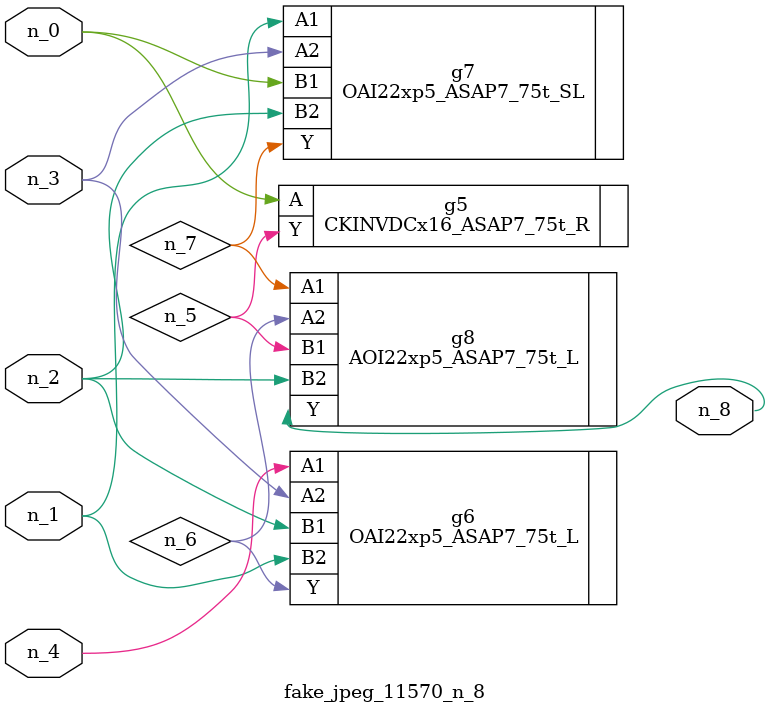
<source format=v>
module fake_jpeg_11570_n_8 (n_3, n_2, n_1, n_0, n_4, n_8);

input n_3;
input n_2;
input n_1;
input n_0;
input n_4;

output n_8;

wire n_6;
wire n_5;
wire n_7;

CKINVDCx16_ASAP7_75t_R g5 ( 
.A(n_0),
.Y(n_5)
);

OAI22xp5_ASAP7_75t_L g6 ( 
.A1(n_4),
.A2(n_3),
.B1(n_2),
.B2(n_1),
.Y(n_6)
);

OAI22xp5_ASAP7_75t_SL g7 ( 
.A1(n_1),
.A2(n_3),
.B1(n_0),
.B2(n_2),
.Y(n_7)
);

AOI22xp5_ASAP7_75t_L g8 ( 
.A1(n_7),
.A2(n_6),
.B1(n_5),
.B2(n_2),
.Y(n_8)
);


endmodule
</source>
